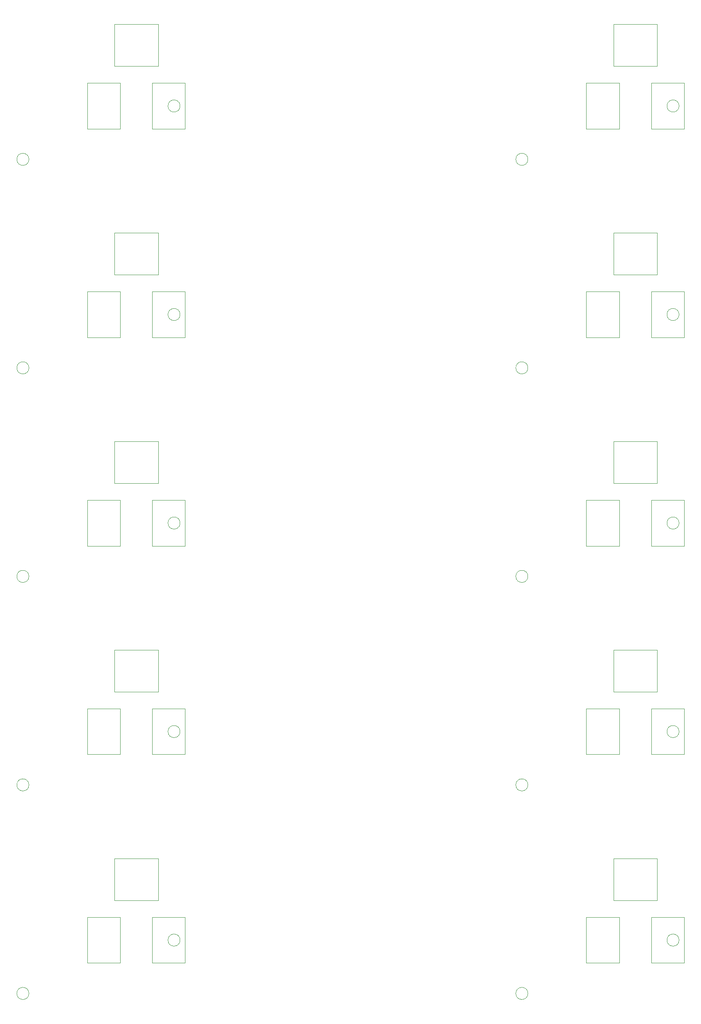
<source format=gbr>
%TF.GenerationSoftware,KiCad,Pcbnew,(5.1.5)-3*%
%TF.CreationDate,2020-06-01T11:27:06+02:00*%
%TF.ProjectId,panel,70616e65-6c2e-46b6-9963-61645f706362,rev?*%
%TF.SameCoordinates,Original*%
%TF.FileFunction,Other,User*%
%FSLAX46Y46*%
G04 Gerber Fmt 4.6, Leading zero omitted, Abs format (unit mm)*
G04 Created by KiCad (PCBNEW (5.1.5)-3) date 2020-06-01 11:27:06*
%MOMM*%
%LPD*%
G04 APERTURE LIST*
%ADD10C,0.050000*%
G04 APERTURE END LIST*
D10*
%TO.C,J1*%
X207550009Y-232800049D02*
X207550009Y-224150049D01*
X198500009Y-232800049D02*
X207550009Y-232800049D01*
X198500009Y-224150049D02*
X198500009Y-232800049D01*
X207550009Y-224150049D02*
X198500009Y-224150049D01*
%TO.C,J2*%
X199700009Y-236280049D02*
X199700009Y-245720049D01*
X192900009Y-236280049D02*
X199700009Y-236280049D01*
X192900009Y-245720049D02*
X192900009Y-236280049D01*
X199700009Y-245720049D02*
X192900009Y-245720049D01*
%TO.C,J3*%
X206300009Y-245720049D02*
X206300009Y-236280049D01*
X213100009Y-245720049D02*
X206300009Y-245720049D01*
X213100009Y-236280049D02*
X213100009Y-245720049D01*
X206300009Y-236280049D02*
X213100009Y-236280049D01*
%TO.C,REF\002A\002A*%
X180850009Y-252000049D02*
G75*
G03X180850009Y-252000049I-1250000J0D01*
G01*
X212050009Y-241000049D02*
G75*
G03X212050009Y-241000049I-1250000J0D01*
G01*
%TO.C,J1*%
X104550001Y-232800049D02*
X104550001Y-224150049D01*
X95500001Y-232800049D02*
X104550001Y-232800049D01*
X95500001Y-224150049D02*
X95500001Y-232800049D01*
X104550001Y-224150049D02*
X95500001Y-224150049D01*
%TO.C,J2*%
X96700001Y-236280049D02*
X96700001Y-245720049D01*
X89900001Y-236280049D02*
X96700001Y-236280049D01*
X89900001Y-245720049D02*
X89900001Y-236280049D01*
X96700001Y-245720049D02*
X89900001Y-245720049D01*
%TO.C,J3*%
X103300001Y-245720049D02*
X103300001Y-236280049D01*
X110100001Y-245720049D02*
X103300001Y-245720049D01*
X110100001Y-236280049D02*
X110100001Y-245720049D01*
X103300001Y-236280049D02*
X110100001Y-236280049D01*
%TO.C,REF\002A\002A*%
X77850001Y-252000049D02*
G75*
G03X77850001Y-252000049I-1250000J0D01*
G01*
X109050001Y-241000049D02*
G75*
G03X109050001Y-241000049I-1250000J0D01*
G01*
%TO.C,J1*%
X207550009Y-189800037D02*
X207550009Y-181150037D01*
X198500009Y-189800037D02*
X207550009Y-189800037D01*
X198500009Y-181150037D02*
X198500009Y-189800037D01*
X207550009Y-181150037D02*
X198500009Y-181150037D01*
%TO.C,J2*%
X199700009Y-193280037D02*
X199700009Y-202720037D01*
X192900009Y-193280037D02*
X199700009Y-193280037D01*
X192900009Y-202720037D02*
X192900009Y-193280037D01*
X199700009Y-202720037D02*
X192900009Y-202720037D01*
%TO.C,J3*%
X206300009Y-202720037D02*
X206300009Y-193280037D01*
X213100009Y-202720037D02*
X206300009Y-202720037D01*
X213100009Y-193280037D02*
X213100009Y-202720037D01*
X206300009Y-193280037D02*
X213100009Y-193280037D01*
%TO.C,REF\002A\002A*%
X180850009Y-209000037D02*
G75*
G03X180850009Y-209000037I-1250000J0D01*
G01*
X212050009Y-198000037D02*
G75*
G03X212050009Y-198000037I-1250000J0D01*
G01*
%TO.C,J1*%
X104550001Y-189800037D02*
X104550001Y-181150037D01*
X95500001Y-189800037D02*
X104550001Y-189800037D01*
X95500001Y-181150037D02*
X95500001Y-189800037D01*
X104550001Y-181150037D02*
X95500001Y-181150037D01*
%TO.C,J2*%
X96700001Y-193280037D02*
X96700001Y-202720037D01*
X89900001Y-193280037D02*
X96700001Y-193280037D01*
X89900001Y-202720037D02*
X89900001Y-193280037D01*
X96700001Y-202720037D02*
X89900001Y-202720037D01*
%TO.C,J3*%
X103300001Y-202720037D02*
X103300001Y-193280037D01*
X110100001Y-202720037D02*
X103300001Y-202720037D01*
X110100001Y-193280037D02*
X110100001Y-202720037D01*
X103300001Y-193280037D02*
X110100001Y-193280037D01*
%TO.C,REF\002A\002A*%
X77850001Y-209000037D02*
G75*
G03X77850001Y-209000037I-1250000J0D01*
G01*
X109050001Y-198000037D02*
G75*
G03X109050001Y-198000037I-1250000J0D01*
G01*
%TO.C,J1*%
X207550009Y-146800025D02*
X207550009Y-138150025D01*
X198500009Y-146800025D02*
X207550009Y-146800025D01*
X198500009Y-138150025D02*
X198500009Y-146800025D01*
X207550009Y-138150025D02*
X198500009Y-138150025D01*
%TO.C,J2*%
X199700009Y-150280025D02*
X199700009Y-159720025D01*
X192900009Y-150280025D02*
X199700009Y-150280025D01*
X192900009Y-159720025D02*
X192900009Y-150280025D01*
X199700009Y-159720025D02*
X192900009Y-159720025D01*
%TO.C,J3*%
X206300009Y-159720025D02*
X206300009Y-150280025D01*
X213100009Y-159720025D02*
X206300009Y-159720025D01*
X213100009Y-150280025D02*
X213100009Y-159720025D01*
X206300009Y-150280025D02*
X213100009Y-150280025D01*
%TO.C,REF\002A\002A*%
X180850009Y-166000025D02*
G75*
G03X180850009Y-166000025I-1250000J0D01*
G01*
X212050009Y-155000025D02*
G75*
G03X212050009Y-155000025I-1250000J0D01*
G01*
%TO.C,J1*%
X104550001Y-146800025D02*
X104550001Y-138150025D01*
X95500001Y-146800025D02*
X104550001Y-146800025D01*
X95500001Y-138150025D02*
X95500001Y-146800025D01*
X104550001Y-138150025D02*
X95500001Y-138150025D01*
%TO.C,J2*%
X96700001Y-150280025D02*
X96700001Y-159720025D01*
X89900001Y-150280025D02*
X96700001Y-150280025D01*
X89900001Y-159720025D02*
X89900001Y-150280025D01*
X96700001Y-159720025D02*
X89900001Y-159720025D01*
%TO.C,J3*%
X103300001Y-159720025D02*
X103300001Y-150280025D01*
X110100001Y-159720025D02*
X103300001Y-159720025D01*
X110100001Y-150280025D02*
X110100001Y-159720025D01*
X103300001Y-150280025D02*
X110100001Y-150280025D01*
%TO.C,REF\002A\002A*%
X77850001Y-166000025D02*
G75*
G03X77850001Y-166000025I-1250000J0D01*
G01*
X109050001Y-155000025D02*
G75*
G03X109050001Y-155000025I-1250000J0D01*
G01*
%TO.C,J1*%
X207550009Y-103800013D02*
X207550009Y-95150013D01*
X198500009Y-103800013D02*
X207550009Y-103800013D01*
X198500009Y-95150013D02*
X198500009Y-103800013D01*
X207550009Y-95150013D02*
X198500009Y-95150013D01*
%TO.C,J2*%
X199700009Y-107280013D02*
X199700009Y-116720013D01*
X192900009Y-107280013D02*
X199700009Y-107280013D01*
X192900009Y-116720013D02*
X192900009Y-107280013D01*
X199700009Y-116720013D02*
X192900009Y-116720013D01*
%TO.C,J3*%
X206300009Y-116720013D02*
X206300009Y-107280013D01*
X213100009Y-116720013D02*
X206300009Y-116720013D01*
X213100009Y-107280013D02*
X213100009Y-116720013D01*
X206300009Y-107280013D02*
X213100009Y-107280013D01*
%TO.C,REF\002A\002A*%
X180850009Y-123000013D02*
G75*
G03X180850009Y-123000013I-1250000J0D01*
G01*
X212050009Y-112000013D02*
G75*
G03X212050009Y-112000013I-1250000J0D01*
G01*
%TO.C,J1*%
X104550001Y-103800013D02*
X104550001Y-95150013D01*
X95500001Y-103800013D02*
X104550001Y-103800013D01*
X95500001Y-95150013D02*
X95500001Y-103800013D01*
X104550001Y-95150013D02*
X95500001Y-95150013D01*
%TO.C,J2*%
X96700001Y-107280013D02*
X96700001Y-116720013D01*
X89900001Y-107280013D02*
X96700001Y-107280013D01*
X89900001Y-116720013D02*
X89900001Y-107280013D01*
X96700001Y-116720013D02*
X89900001Y-116720013D01*
%TO.C,J3*%
X103300001Y-116720013D02*
X103300001Y-107280013D01*
X110100001Y-116720013D02*
X103300001Y-116720013D01*
X110100001Y-107280013D02*
X110100001Y-116720013D01*
X103300001Y-107280013D02*
X110100001Y-107280013D01*
%TO.C,REF\002A\002A*%
X77850001Y-123000013D02*
G75*
G03X77850001Y-123000013I-1250000J0D01*
G01*
X109050001Y-112000013D02*
G75*
G03X109050001Y-112000013I-1250000J0D01*
G01*
%TO.C,J1*%
X207550009Y-60800001D02*
X207550009Y-52150001D01*
X198500009Y-60800001D02*
X207550009Y-60800001D01*
X198500009Y-52150001D02*
X198500009Y-60800001D01*
X207550009Y-52150001D02*
X198500009Y-52150001D01*
%TO.C,J2*%
X199700009Y-64280001D02*
X199700009Y-73720001D01*
X192900009Y-64280001D02*
X199700009Y-64280001D01*
X192900009Y-73720001D02*
X192900009Y-64280001D01*
X199700009Y-73720001D02*
X192900009Y-73720001D01*
%TO.C,J3*%
X206300009Y-73720001D02*
X206300009Y-64280001D01*
X213100009Y-73720001D02*
X206300009Y-73720001D01*
X213100009Y-64280001D02*
X213100009Y-73720001D01*
X206300009Y-64280001D02*
X213100009Y-64280001D01*
%TO.C,REF\002A\002A*%
X180850009Y-80000001D02*
G75*
G03X180850009Y-80000001I-1250000J0D01*
G01*
X212050009Y-69000001D02*
G75*
G03X212050009Y-69000001I-1250000J0D01*
G01*
%TO.C,J1*%
X104550001Y-60800001D02*
X104550001Y-52150001D01*
X95500001Y-60800001D02*
X104550001Y-60800001D01*
X95500001Y-52150001D02*
X95500001Y-60800001D01*
X104550001Y-52150001D02*
X95500001Y-52150001D01*
%TO.C,J2*%
X96700001Y-64280001D02*
X96700001Y-73720001D01*
X89900001Y-64280001D02*
X96700001Y-64280001D01*
X89900001Y-73720001D02*
X89900001Y-64280001D01*
X96700001Y-73720001D02*
X89900001Y-73720001D01*
%TO.C,J3*%
X103300001Y-73720001D02*
X103300001Y-64280001D01*
X110100001Y-73720001D02*
X103300001Y-73720001D01*
X110100001Y-64280001D02*
X110100001Y-73720001D01*
X103300001Y-64280001D02*
X110100001Y-64280001D01*
%TO.C,REF\002A\002A*%
X77850001Y-80000001D02*
G75*
G03X77850001Y-80000001I-1250000J0D01*
G01*
X109050001Y-69000001D02*
G75*
G03X109050001Y-69000001I-1250000J0D01*
G01*
%TD*%
M02*

</source>
